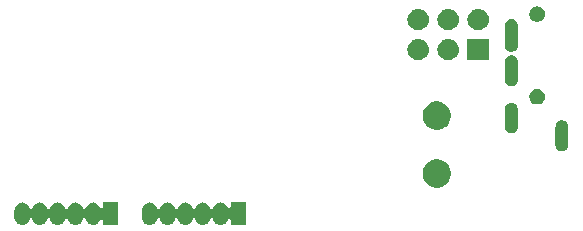
<source format=gbr>
G04 #@! TF.GenerationSoftware,KiCad,Pcbnew,(5.0.2)-1*
G04 #@! TF.CreationDate,2020-04-01T19:52:44+09:00*
G04 #@! TF.ProjectId,controller,636f6e74-726f-46c6-9c65-722e6b696361,rev?*
G04 #@! TF.SameCoordinates,Original*
G04 #@! TF.FileFunction,Soldermask,Top*
G04 #@! TF.FilePolarity,Negative*
%FSLAX46Y46*%
G04 Gerber Fmt 4.6, Leading zero omitted, Abs format (unit mm)*
G04 Created by KiCad (PCBNEW (5.0.2)-1) date 2020/04/01 19:52:44*
%MOMM*%
%LPD*%
G01*
G04 APERTURE LIST*
%ADD10C,0.100000*%
G04 APERTURE END LIST*
D10*
G36*
X69427618Y-67458420D02*
X69509427Y-67483237D01*
X69550333Y-67495645D01*
X69650491Y-67549181D01*
X69663426Y-67556095D01*
X69762553Y-67637447D01*
X69843905Y-67736574D01*
X69843906Y-67736576D01*
X69904355Y-67849667D01*
X69904382Y-67849757D01*
X69913760Y-67872396D01*
X69927374Y-67892771D01*
X69944701Y-67910098D01*
X69965075Y-67923712D01*
X69987714Y-67933089D01*
X70011748Y-67937870D01*
X70036252Y-67937870D01*
X70060285Y-67933090D01*
X70082924Y-67923712D01*
X70103299Y-67910098D01*
X70120626Y-67892771D01*
X70134240Y-67872397D01*
X70143617Y-67849758D01*
X70148398Y-67825724D01*
X70149000Y-67813472D01*
X70149000Y-67449000D01*
X71451000Y-67449000D01*
X71451000Y-69351000D01*
X70149000Y-69351000D01*
X70149000Y-68986528D01*
X70146598Y-68962142D01*
X70139485Y-68938693D01*
X70127934Y-68917082D01*
X70112388Y-68898140D01*
X70093446Y-68882594D01*
X70071835Y-68871043D01*
X70048386Y-68863930D01*
X70024000Y-68861528D01*
X69999614Y-68863930D01*
X69976165Y-68871043D01*
X69954554Y-68882594D01*
X69935612Y-68898140D01*
X69920066Y-68917082D01*
X69908515Y-68938693D01*
X69904382Y-68950243D01*
X69904355Y-68950333D01*
X69885008Y-68986528D01*
X69843905Y-69063426D01*
X69762553Y-69162553D01*
X69663425Y-69243905D01*
X69610782Y-69272043D01*
X69550332Y-69304355D01*
X69509426Y-69316763D01*
X69427617Y-69341580D01*
X69300000Y-69354149D01*
X69172382Y-69341580D01*
X69090573Y-69316763D01*
X69049667Y-69304355D01*
X68936576Y-69243906D01*
X68936574Y-69243905D01*
X68837447Y-69162553D01*
X68756095Y-69063425D01*
X68727957Y-69010782D01*
X68695645Y-68950332D01*
X68669618Y-68864531D01*
X68660240Y-68841892D01*
X68646626Y-68821517D01*
X68629299Y-68804190D01*
X68608925Y-68790576D01*
X68586286Y-68781199D01*
X68562252Y-68776418D01*
X68537748Y-68776418D01*
X68513715Y-68781198D01*
X68491076Y-68790576D01*
X68470701Y-68804190D01*
X68453374Y-68821517D01*
X68439760Y-68841891D01*
X68430384Y-68864526D01*
X68428407Y-68871043D01*
X68404355Y-68950333D01*
X68385008Y-68986528D01*
X68343905Y-69063426D01*
X68262553Y-69162553D01*
X68163425Y-69243905D01*
X68110782Y-69272043D01*
X68050332Y-69304355D01*
X68009426Y-69316763D01*
X67927617Y-69341580D01*
X67800000Y-69354149D01*
X67672382Y-69341580D01*
X67590573Y-69316763D01*
X67549667Y-69304355D01*
X67436576Y-69243906D01*
X67436574Y-69243905D01*
X67337447Y-69162553D01*
X67256095Y-69063425D01*
X67227957Y-69010782D01*
X67195645Y-68950332D01*
X67169618Y-68864531D01*
X67160240Y-68841892D01*
X67146626Y-68821517D01*
X67129299Y-68804190D01*
X67108925Y-68790576D01*
X67086286Y-68781199D01*
X67062252Y-68776418D01*
X67037748Y-68776418D01*
X67013715Y-68781198D01*
X66991076Y-68790576D01*
X66970701Y-68804190D01*
X66953374Y-68821517D01*
X66939760Y-68841891D01*
X66930384Y-68864526D01*
X66928407Y-68871043D01*
X66904355Y-68950333D01*
X66885008Y-68986528D01*
X66843905Y-69063426D01*
X66762553Y-69162553D01*
X66663425Y-69243905D01*
X66610782Y-69272043D01*
X66550332Y-69304355D01*
X66509426Y-69316763D01*
X66427617Y-69341580D01*
X66300000Y-69354149D01*
X66172382Y-69341580D01*
X66090573Y-69316763D01*
X66049667Y-69304355D01*
X65936576Y-69243906D01*
X65936574Y-69243905D01*
X65837447Y-69162553D01*
X65756095Y-69063425D01*
X65727957Y-69010782D01*
X65695645Y-68950332D01*
X65669618Y-68864531D01*
X65660240Y-68841892D01*
X65646626Y-68821517D01*
X65629299Y-68804190D01*
X65608925Y-68790576D01*
X65586286Y-68781199D01*
X65562252Y-68776418D01*
X65537748Y-68776418D01*
X65513715Y-68781198D01*
X65491076Y-68790576D01*
X65470701Y-68804190D01*
X65453374Y-68821517D01*
X65439760Y-68841891D01*
X65430384Y-68864526D01*
X65428407Y-68871043D01*
X65404355Y-68950333D01*
X65385008Y-68986528D01*
X65343905Y-69063426D01*
X65262553Y-69162553D01*
X65163425Y-69243905D01*
X65110782Y-69272043D01*
X65050332Y-69304355D01*
X65009426Y-69316763D01*
X64927617Y-69341580D01*
X64800000Y-69354149D01*
X64672382Y-69341580D01*
X64590573Y-69316763D01*
X64549667Y-69304355D01*
X64436576Y-69243906D01*
X64436574Y-69243905D01*
X64337447Y-69162553D01*
X64256095Y-69063425D01*
X64227957Y-69010782D01*
X64195645Y-68950332D01*
X64169618Y-68864531D01*
X64160240Y-68841892D01*
X64146626Y-68821517D01*
X64129299Y-68804190D01*
X64108925Y-68790576D01*
X64086286Y-68781199D01*
X64062252Y-68776418D01*
X64037748Y-68776418D01*
X64013715Y-68781198D01*
X63991076Y-68790576D01*
X63970701Y-68804190D01*
X63953374Y-68821517D01*
X63939760Y-68841891D01*
X63930384Y-68864526D01*
X63928407Y-68871043D01*
X63904355Y-68950333D01*
X63885008Y-68986528D01*
X63843905Y-69063426D01*
X63762553Y-69162553D01*
X63663425Y-69243905D01*
X63610782Y-69272043D01*
X63550332Y-69304355D01*
X63509426Y-69316763D01*
X63427617Y-69341580D01*
X63300000Y-69354149D01*
X63172382Y-69341580D01*
X63090573Y-69316763D01*
X63049667Y-69304355D01*
X62936576Y-69243906D01*
X62936574Y-69243905D01*
X62837447Y-69162553D01*
X62756095Y-69063425D01*
X62727957Y-69010782D01*
X62695645Y-68950332D01*
X62669618Y-68864531D01*
X62658420Y-68827617D01*
X62649000Y-68731972D01*
X62649000Y-68068027D01*
X62658420Y-67972382D01*
X62688750Y-67872397D01*
X62695645Y-67849667D01*
X62756095Y-67736576D01*
X62756096Y-67736574D01*
X62837448Y-67637447D01*
X62936575Y-67556095D01*
X62949510Y-67549181D01*
X63049668Y-67495645D01*
X63090574Y-67483237D01*
X63172383Y-67458420D01*
X63300000Y-67445851D01*
X63427618Y-67458420D01*
X63509427Y-67483237D01*
X63550333Y-67495645D01*
X63650491Y-67549181D01*
X63663426Y-67556095D01*
X63762553Y-67637447D01*
X63843905Y-67736574D01*
X63843906Y-67736576D01*
X63904355Y-67849667D01*
X63911250Y-67872397D01*
X63930384Y-67935474D01*
X63939760Y-67958108D01*
X63953373Y-67978483D01*
X63970700Y-67995810D01*
X63991075Y-68009424D01*
X64013714Y-68018801D01*
X64037747Y-68023582D01*
X64062252Y-68023582D01*
X64086285Y-68018802D01*
X64108924Y-68009424D01*
X64129299Y-67995811D01*
X64146626Y-67978484D01*
X64160240Y-67958109D01*
X64169616Y-67935474D01*
X64188750Y-67872397D01*
X64195645Y-67849667D01*
X64256095Y-67736576D01*
X64256096Y-67736574D01*
X64337448Y-67637447D01*
X64436575Y-67556095D01*
X64449510Y-67549181D01*
X64549668Y-67495645D01*
X64590574Y-67483237D01*
X64672383Y-67458420D01*
X64800000Y-67445851D01*
X64927618Y-67458420D01*
X65009427Y-67483237D01*
X65050333Y-67495645D01*
X65150491Y-67549181D01*
X65163426Y-67556095D01*
X65262553Y-67637447D01*
X65343905Y-67736574D01*
X65343906Y-67736576D01*
X65404355Y-67849667D01*
X65411250Y-67872397D01*
X65430384Y-67935474D01*
X65439760Y-67958108D01*
X65453373Y-67978483D01*
X65470700Y-67995810D01*
X65491075Y-68009424D01*
X65513714Y-68018801D01*
X65537747Y-68023582D01*
X65562252Y-68023582D01*
X65586285Y-68018802D01*
X65608924Y-68009424D01*
X65629299Y-67995811D01*
X65646626Y-67978484D01*
X65660240Y-67958109D01*
X65669616Y-67935474D01*
X65688750Y-67872397D01*
X65695645Y-67849667D01*
X65756095Y-67736576D01*
X65756096Y-67736574D01*
X65837448Y-67637447D01*
X65936575Y-67556095D01*
X65949510Y-67549181D01*
X66049668Y-67495645D01*
X66090574Y-67483237D01*
X66172383Y-67458420D01*
X66300000Y-67445851D01*
X66427618Y-67458420D01*
X66509427Y-67483237D01*
X66550333Y-67495645D01*
X66650491Y-67549181D01*
X66663426Y-67556095D01*
X66762553Y-67637447D01*
X66843905Y-67736574D01*
X66843906Y-67736576D01*
X66904355Y-67849667D01*
X66911250Y-67872397D01*
X66930384Y-67935474D01*
X66939760Y-67958108D01*
X66953373Y-67978483D01*
X66970700Y-67995810D01*
X66991075Y-68009424D01*
X67013714Y-68018801D01*
X67037747Y-68023582D01*
X67062252Y-68023582D01*
X67086285Y-68018802D01*
X67108924Y-68009424D01*
X67129299Y-67995811D01*
X67146626Y-67978484D01*
X67160240Y-67958109D01*
X67169616Y-67935474D01*
X67188750Y-67872397D01*
X67195645Y-67849667D01*
X67256095Y-67736576D01*
X67256096Y-67736574D01*
X67337448Y-67637447D01*
X67436575Y-67556095D01*
X67449510Y-67549181D01*
X67549668Y-67495645D01*
X67590574Y-67483237D01*
X67672383Y-67458420D01*
X67800000Y-67445851D01*
X67927618Y-67458420D01*
X68009427Y-67483237D01*
X68050333Y-67495645D01*
X68150491Y-67549181D01*
X68163426Y-67556095D01*
X68262553Y-67637447D01*
X68343905Y-67736574D01*
X68343906Y-67736576D01*
X68404355Y-67849667D01*
X68411250Y-67872397D01*
X68430384Y-67935474D01*
X68439760Y-67958108D01*
X68453373Y-67978483D01*
X68470700Y-67995810D01*
X68491075Y-68009424D01*
X68513714Y-68018801D01*
X68537747Y-68023582D01*
X68562252Y-68023582D01*
X68586285Y-68018802D01*
X68608924Y-68009424D01*
X68629299Y-67995811D01*
X68646626Y-67978484D01*
X68660240Y-67958109D01*
X68669616Y-67935474D01*
X68688750Y-67872397D01*
X68695645Y-67849667D01*
X68756095Y-67736576D01*
X68756096Y-67736574D01*
X68837448Y-67637447D01*
X68936575Y-67556095D01*
X68949510Y-67549181D01*
X69049668Y-67495645D01*
X69090574Y-67483237D01*
X69172383Y-67458420D01*
X69300000Y-67445851D01*
X69427618Y-67458420D01*
X69427618Y-67458420D01*
G37*
G36*
X58627618Y-67458420D02*
X58709427Y-67483237D01*
X58750333Y-67495645D01*
X58850491Y-67549181D01*
X58863426Y-67556095D01*
X58962553Y-67637447D01*
X59043905Y-67736574D01*
X59043906Y-67736576D01*
X59104355Y-67849667D01*
X59104382Y-67849757D01*
X59113760Y-67872396D01*
X59127374Y-67892771D01*
X59144701Y-67910098D01*
X59165075Y-67923712D01*
X59187714Y-67933089D01*
X59211748Y-67937870D01*
X59236252Y-67937870D01*
X59260285Y-67933090D01*
X59282924Y-67923712D01*
X59303299Y-67910098D01*
X59320626Y-67892771D01*
X59334240Y-67872397D01*
X59343617Y-67849758D01*
X59348398Y-67825724D01*
X59349000Y-67813472D01*
X59349000Y-67449000D01*
X60651000Y-67449000D01*
X60651000Y-69351000D01*
X59349000Y-69351000D01*
X59349000Y-68986528D01*
X59346598Y-68962142D01*
X59339485Y-68938693D01*
X59327934Y-68917082D01*
X59312388Y-68898140D01*
X59293446Y-68882594D01*
X59271835Y-68871043D01*
X59248386Y-68863930D01*
X59224000Y-68861528D01*
X59199614Y-68863930D01*
X59176165Y-68871043D01*
X59154554Y-68882594D01*
X59135612Y-68898140D01*
X59120066Y-68917082D01*
X59108515Y-68938693D01*
X59104382Y-68950243D01*
X59104355Y-68950333D01*
X59085008Y-68986528D01*
X59043905Y-69063426D01*
X58962553Y-69162553D01*
X58863425Y-69243905D01*
X58810782Y-69272043D01*
X58750332Y-69304355D01*
X58709426Y-69316763D01*
X58627617Y-69341580D01*
X58500000Y-69354149D01*
X58372382Y-69341580D01*
X58290573Y-69316763D01*
X58249667Y-69304355D01*
X58136576Y-69243906D01*
X58136574Y-69243905D01*
X58037447Y-69162553D01*
X57956095Y-69063425D01*
X57927957Y-69010782D01*
X57895645Y-68950332D01*
X57869618Y-68864531D01*
X57860240Y-68841892D01*
X57846626Y-68821517D01*
X57829299Y-68804190D01*
X57808925Y-68790576D01*
X57786286Y-68781199D01*
X57762252Y-68776418D01*
X57737748Y-68776418D01*
X57713715Y-68781198D01*
X57691076Y-68790576D01*
X57670701Y-68804190D01*
X57653374Y-68821517D01*
X57639760Y-68841891D01*
X57630384Y-68864526D01*
X57628407Y-68871043D01*
X57604355Y-68950333D01*
X57585008Y-68986528D01*
X57543905Y-69063426D01*
X57462553Y-69162553D01*
X57363425Y-69243905D01*
X57310782Y-69272043D01*
X57250332Y-69304355D01*
X57209426Y-69316763D01*
X57127617Y-69341580D01*
X57000000Y-69354149D01*
X56872382Y-69341580D01*
X56790573Y-69316763D01*
X56749667Y-69304355D01*
X56636576Y-69243906D01*
X56636574Y-69243905D01*
X56537447Y-69162553D01*
X56456095Y-69063425D01*
X56427957Y-69010782D01*
X56395645Y-68950332D01*
X56369618Y-68864531D01*
X56360240Y-68841892D01*
X56346626Y-68821517D01*
X56329299Y-68804190D01*
X56308925Y-68790576D01*
X56286286Y-68781199D01*
X56262252Y-68776418D01*
X56237748Y-68776418D01*
X56213715Y-68781198D01*
X56191076Y-68790576D01*
X56170701Y-68804190D01*
X56153374Y-68821517D01*
X56139760Y-68841891D01*
X56130384Y-68864526D01*
X56128407Y-68871043D01*
X56104355Y-68950333D01*
X56085008Y-68986528D01*
X56043905Y-69063426D01*
X55962553Y-69162553D01*
X55863425Y-69243905D01*
X55810782Y-69272043D01*
X55750332Y-69304355D01*
X55709426Y-69316763D01*
X55627617Y-69341580D01*
X55500000Y-69354149D01*
X55372382Y-69341580D01*
X55290573Y-69316763D01*
X55249667Y-69304355D01*
X55136576Y-69243906D01*
X55136574Y-69243905D01*
X55037447Y-69162553D01*
X54956095Y-69063425D01*
X54927957Y-69010782D01*
X54895645Y-68950332D01*
X54869618Y-68864531D01*
X54860240Y-68841892D01*
X54846626Y-68821517D01*
X54829299Y-68804190D01*
X54808925Y-68790576D01*
X54786286Y-68781199D01*
X54762252Y-68776418D01*
X54737748Y-68776418D01*
X54713715Y-68781198D01*
X54691076Y-68790576D01*
X54670701Y-68804190D01*
X54653374Y-68821517D01*
X54639760Y-68841891D01*
X54630384Y-68864526D01*
X54628407Y-68871043D01*
X54604355Y-68950333D01*
X54585008Y-68986528D01*
X54543905Y-69063426D01*
X54462553Y-69162553D01*
X54363425Y-69243905D01*
X54310782Y-69272043D01*
X54250332Y-69304355D01*
X54209426Y-69316763D01*
X54127617Y-69341580D01*
X54000000Y-69354149D01*
X53872382Y-69341580D01*
X53790573Y-69316763D01*
X53749667Y-69304355D01*
X53636576Y-69243906D01*
X53636574Y-69243905D01*
X53537447Y-69162553D01*
X53456095Y-69063425D01*
X53427957Y-69010782D01*
X53395645Y-68950332D01*
X53369618Y-68864531D01*
X53360240Y-68841892D01*
X53346626Y-68821517D01*
X53329299Y-68804190D01*
X53308925Y-68790576D01*
X53286286Y-68781199D01*
X53262252Y-68776418D01*
X53237748Y-68776418D01*
X53213715Y-68781198D01*
X53191076Y-68790576D01*
X53170701Y-68804190D01*
X53153374Y-68821517D01*
X53139760Y-68841891D01*
X53130384Y-68864526D01*
X53128407Y-68871043D01*
X53104355Y-68950333D01*
X53085008Y-68986528D01*
X53043905Y-69063426D01*
X52962553Y-69162553D01*
X52863425Y-69243905D01*
X52810782Y-69272043D01*
X52750332Y-69304355D01*
X52709426Y-69316763D01*
X52627617Y-69341580D01*
X52500000Y-69354149D01*
X52372382Y-69341580D01*
X52290573Y-69316763D01*
X52249667Y-69304355D01*
X52136576Y-69243906D01*
X52136574Y-69243905D01*
X52037447Y-69162553D01*
X51956095Y-69063425D01*
X51927957Y-69010782D01*
X51895645Y-68950332D01*
X51869618Y-68864531D01*
X51858420Y-68827617D01*
X51849000Y-68731972D01*
X51849000Y-68068027D01*
X51858420Y-67972382D01*
X51888750Y-67872397D01*
X51895645Y-67849667D01*
X51956095Y-67736576D01*
X51956096Y-67736574D01*
X52037448Y-67637447D01*
X52136575Y-67556095D01*
X52149510Y-67549181D01*
X52249668Y-67495645D01*
X52290574Y-67483237D01*
X52372383Y-67458420D01*
X52500000Y-67445851D01*
X52627618Y-67458420D01*
X52709427Y-67483237D01*
X52750333Y-67495645D01*
X52850491Y-67549181D01*
X52863426Y-67556095D01*
X52962553Y-67637447D01*
X53043905Y-67736574D01*
X53043906Y-67736576D01*
X53104355Y-67849667D01*
X53111250Y-67872397D01*
X53130384Y-67935474D01*
X53139760Y-67958108D01*
X53153373Y-67978483D01*
X53170700Y-67995810D01*
X53191075Y-68009424D01*
X53213714Y-68018801D01*
X53237747Y-68023582D01*
X53262252Y-68023582D01*
X53286285Y-68018802D01*
X53308924Y-68009424D01*
X53329299Y-67995811D01*
X53346626Y-67978484D01*
X53360240Y-67958109D01*
X53369616Y-67935474D01*
X53388750Y-67872397D01*
X53395645Y-67849667D01*
X53456095Y-67736576D01*
X53456096Y-67736574D01*
X53537448Y-67637447D01*
X53636575Y-67556095D01*
X53649510Y-67549181D01*
X53749668Y-67495645D01*
X53790574Y-67483237D01*
X53872383Y-67458420D01*
X54000000Y-67445851D01*
X54127618Y-67458420D01*
X54209427Y-67483237D01*
X54250333Y-67495645D01*
X54350491Y-67549181D01*
X54363426Y-67556095D01*
X54462553Y-67637447D01*
X54543905Y-67736574D01*
X54543906Y-67736576D01*
X54604355Y-67849667D01*
X54611250Y-67872397D01*
X54630384Y-67935474D01*
X54639760Y-67958108D01*
X54653373Y-67978483D01*
X54670700Y-67995810D01*
X54691075Y-68009424D01*
X54713714Y-68018801D01*
X54737747Y-68023582D01*
X54762252Y-68023582D01*
X54786285Y-68018802D01*
X54808924Y-68009424D01*
X54829299Y-67995811D01*
X54846626Y-67978484D01*
X54860240Y-67958109D01*
X54869616Y-67935474D01*
X54888750Y-67872397D01*
X54895645Y-67849667D01*
X54956095Y-67736576D01*
X54956096Y-67736574D01*
X55037448Y-67637447D01*
X55136575Y-67556095D01*
X55149510Y-67549181D01*
X55249668Y-67495645D01*
X55290574Y-67483237D01*
X55372383Y-67458420D01*
X55500000Y-67445851D01*
X55627618Y-67458420D01*
X55709427Y-67483237D01*
X55750333Y-67495645D01*
X55850491Y-67549181D01*
X55863426Y-67556095D01*
X55962553Y-67637447D01*
X56043905Y-67736574D01*
X56043906Y-67736576D01*
X56104355Y-67849667D01*
X56111250Y-67872397D01*
X56130384Y-67935474D01*
X56139760Y-67958108D01*
X56153373Y-67978483D01*
X56170700Y-67995810D01*
X56191075Y-68009424D01*
X56213714Y-68018801D01*
X56237747Y-68023582D01*
X56262252Y-68023582D01*
X56286285Y-68018802D01*
X56308924Y-68009424D01*
X56329299Y-67995811D01*
X56346626Y-67978484D01*
X56360240Y-67958109D01*
X56369616Y-67935474D01*
X56388750Y-67872397D01*
X56395645Y-67849667D01*
X56456095Y-67736576D01*
X56456096Y-67736574D01*
X56537448Y-67637447D01*
X56636575Y-67556095D01*
X56649510Y-67549181D01*
X56749668Y-67495645D01*
X56790574Y-67483237D01*
X56872383Y-67458420D01*
X57000000Y-67445851D01*
X57127618Y-67458420D01*
X57209427Y-67483237D01*
X57250333Y-67495645D01*
X57350491Y-67549181D01*
X57363426Y-67556095D01*
X57462553Y-67637447D01*
X57543905Y-67736574D01*
X57543906Y-67736576D01*
X57604355Y-67849667D01*
X57611250Y-67872397D01*
X57630384Y-67935474D01*
X57639760Y-67958108D01*
X57653373Y-67978483D01*
X57670700Y-67995810D01*
X57691075Y-68009424D01*
X57713714Y-68018801D01*
X57737747Y-68023582D01*
X57762252Y-68023582D01*
X57786285Y-68018802D01*
X57808924Y-68009424D01*
X57829299Y-67995811D01*
X57846626Y-67978484D01*
X57860240Y-67958109D01*
X57869616Y-67935474D01*
X57888750Y-67872397D01*
X57895645Y-67849667D01*
X57956095Y-67736576D01*
X57956096Y-67736574D01*
X58037448Y-67637447D01*
X58136575Y-67556095D01*
X58149510Y-67549181D01*
X58249668Y-67495645D01*
X58290574Y-67483237D01*
X58372383Y-67458420D01*
X58500000Y-67445851D01*
X58627618Y-67458420D01*
X58627618Y-67458420D01*
G37*
G36*
X87950316Y-63845153D02*
X87950318Y-63845154D01*
X87950319Y-63845154D01*
X88031056Y-63878597D01*
X88168888Y-63935688D01*
X88267576Y-64001629D01*
X88365593Y-64067122D01*
X88532878Y-64234407D01*
X88598371Y-64332424D01*
X88664312Y-64431112D01*
X88754847Y-64649684D01*
X88801000Y-64881710D01*
X88801000Y-65118290D01*
X88754847Y-65350316D01*
X88664312Y-65568888D01*
X88598371Y-65667576D01*
X88532878Y-65765593D01*
X88365593Y-65932878D01*
X88267576Y-65998371D01*
X88168888Y-66064312D01*
X88031056Y-66121403D01*
X87950319Y-66154846D01*
X87950318Y-66154846D01*
X87950316Y-66154847D01*
X87718290Y-66201000D01*
X87481710Y-66201000D01*
X87249684Y-66154847D01*
X87249682Y-66154846D01*
X87249681Y-66154846D01*
X87168944Y-66121403D01*
X87031112Y-66064312D01*
X86932424Y-65998371D01*
X86834407Y-65932878D01*
X86667122Y-65765593D01*
X86601629Y-65667576D01*
X86535688Y-65568888D01*
X86445153Y-65350316D01*
X86399000Y-65118290D01*
X86399000Y-64881710D01*
X86445153Y-64649684D01*
X86535688Y-64431112D01*
X86601629Y-64332424D01*
X86667122Y-64234407D01*
X86834407Y-64067122D01*
X86932424Y-64001629D01*
X87031112Y-63935688D01*
X87168944Y-63878597D01*
X87249681Y-63845154D01*
X87249682Y-63845154D01*
X87249684Y-63845153D01*
X87481710Y-63799000D01*
X87718290Y-63799000D01*
X87950316Y-63845153D01*
X87950316Y-63845153D01*
G37*
G36*
X98308015Y-60506973D02*
X98411879Y-60538479D01*
X98507600Y-60589644D01*
X98591501Y-60658499D01*
X98660356Y-60742400D01*
X98711521Y-60838121D01*
X98743027Y-60941985D01*
X98751000Y-61022933D01*
X98751000Y-62577067D01*
X98743027Y-62658015D01*
X98711521Y-62761879D01*
X98660356Y-62857600D01*
X98591501Y-62941501D01*
X98507600Y-63010356D01*
X98411878Y-63061521D01*
X98308014Y-63093027D01*
X98200000Y-63103666D01*
X98091985Y-63093027D01*
X97988121Y-63061521D01*
X97892400Y-63010356D01*
X97808499Y-62941501D01*
X97739644Y-62857600D01*
X97688479Y-62761878D01*
X97656973Y-62658014D01*
X97649000Y-62577066D01*
X97649001Y-61022933D01*
X97656974Y-60941985D01*
X97688480Y-60838121D01*
X97739645Y-60742400D01*
X97808500Y-60658499D01*
X97892401Y-60589644D01*
X97988122Y-60538479D01*
X98091986Y-60506973D01*
X98200000Y-60496334D01*
X98308015Y-60506973D01*
X98308015Y-60506973D01*
G37*
G36*
X94008015Y-59006973D02*
X94111879Y-59038479D01*
X94207600Y-59089644D01*
X94291501Y-59158499D01*
X94360356Y-59242400D01*
X94411521Y-59338121D01*
X94443027Y-59441985D01*
X94451000Y-59522933D01*
X94451000Y-61077067D01*
X94443027Y-61158015D01*
X94411521Y-61261879D01*
X94360356Y-61357600D01*
X94291501Y-61441501D01*
X94207600Y-61510356D01*
X94111878Y-61561521D01*
X94008014Y-61593027D01*
X93900000Y-61603666D01*
X93791985Y-61593027D01*
X93688121Y-61561521D01*
X93592400Y-61510356D01*
X93508499Y-61441501D01*
X93439644Y-61357600D01*
X93388479Y-61261878D01*
X93356973Y-61158014D01*
X93349000Y-61077066D01*
X93349001Y-59522933D01*
X93356974Y-59441985D01*
X93388480Y-59338121D01*
X93439645Y-59242400D01*
X93508500Y-59158499D01*
X93592401Y-59089644D01*
X93688122Y-59038479D01*
X93791986Y-59006973D01*
X93900000Y-58996334D01*
X94008015Y-59006973D01*
X94008015Y-59006973D01*
G37*
G36*
X87950316Y-58945153D02*
X87950318Y-58945154D01*
X87950319Y-58945154D01*
X88031056Y-58978597D01*
X88168888Y-59035688D01*
X88249640Y-59089645D01*
X88365593Y-59167122D01*
X88532878Y-59334407D01*
X88598371Y-59432424D01*
X88664312Y-59531112D01*
X88664312Y-59531113D01*
X88754846Y-59749681D01*
X88801000Y-59981712D01*
X88801000Y-60218288D01*
X88754846Y-60450319D01*
X88731379Y-60506973D01*
X88664312Y-60668888D01*
X88598371Y-60767576D01*
X88532878Y-60865593D01*
X88365593Y-61032878D01*
X88299459Y-61077067D01*
X88168888Y-61164312D01*
X88031056Y-61221403D01*
X87950319Y-61254846D01*
X87950318Y-61254846D01*
X87950316Y-61254847D01*
X87718290Y-61301000D01*
X87481710Y-61301000D01*
X87249684Y-61254847D01*
X87249682Y-61254846D01*
X87249681Y-61254846D01*
X87168944Y-61221403D01*
X87031112Y-61164312D01*
X86900541Y-61077067D01*
X86834407Y-61032878D01*
X86667122Y-60865593D01*
X86601629Y-60767576D01*
X86535688Y-60668888D01*
X86468621Y-60506973D01*
X86445154Y-60450319D01*
X86399000Y-60218288D01*
X86399000Y-59981712D01*
X86445154Y-59749681D01*
X86535688Y-59531113D01*
X86535688Y-59531112D01*
X86601629Y-59432424D01*
X86667122Y-59334407D01*
X86834407Y-59167122D01*
X86950360Y-59089645D01*
X87031112Y-59035688D01*
X87168944Y-58978597D01*
X87249681Y-58945154D01*
X87249682Y-58945154D01*
X87249684Y-58945153D01*
X87481710Y-58899000D01*
X87718290Y-58899000D01*
X87950316Y-58945153D01*
X87950316Y-58945153D01*
G37*
G36*
X96289890Y-57874017D02*
X96408361Y-57923089D01*
X96514992Y-57994338D01*
X96605662Y-58085008D01*
X96676911Y-58191639D01*
X96725983Y-58310110D01*
X96751000Y-58435881D01*
X96751000Y-58564119D01*
X96725983Y-58689890D01*
X96676911Y-58808361D01*
X96605662Y-58914992D01*
X96514992Y-59005662D01*
X96408361Y-59076911D01*
X96289890Y-59125983D01*
X96164119Y-59151000D01*
X96035881Y-59151000D01*
X95910110Y-59125983D01*
X95791639Y-59076911D01*
X95685008Y-59005662D01*
X95594338Y-58914992D01*
X95523089Y-58808361D01*
X95474017Y-58689890D01*
X95449000Y-58564119D01*
X95449000Y-58435881D01*
X95474017Y-58310110D01*
X95523089Y-58191639D01*
X95594338Y-58085008D01*
X95685008Y-57994338D01*
X95791639Y-57923089D01*
X95910110Y-57874017D01*
X96035881Y-57849000D01*
X96164119Y-57849000D01*
X96289890Y-57874017D01*
X96289890Y-57874017D01*
G37*
G36*
X94008015Y-55006973D02*
X94111879Y-55038479D01*
X94207600Y-55089644D01*
X94291501Y-55158499D01*
X94360356Y-55242400D01*
X94411521Y-55338121D01*
X94443027Y-55441985D01*
X94451000Y-55522933D01*
X94451000Y-57077067D01*
X94443027Y-57158015D01*
X94411521Y-57261879D01*
X94360356Y-57357600D01*
X94291501Y-57441501D01*
X94207600Y-57510356D01*
X94111878Y-57561521D01*
X94008014Y-57593027D01*
X93900000Y-57603666D01*
X93791985Y-57593027D01*
X93688121Y-57561521D01*
X93592400Y-57510356D01*
X93508499Y-57441501D01*
X93439644Y-57357600D01*
X93388479Y-57261878D01*
X93356973Y-57158014D01*
X93349000Y-57077066D01*
X93349001Y-55522933D01*
X93356974Y-55441985D01*
X93388480Y-55338121D01*
X93439645Y-55242400D01*
X93508500Y-55158499D01*
X93592401Y-55089644D01*
X93688122Y-55038479D01*
X93791986Y-55006973D01*
X93900000Y-54996334D01*
X94008015Y-55006973D01*
X94008015Y-55006973D01*
G37*
G36*
X86130443Y-53605519D02*
X86196627Y-53612037D01*
X86309853Y-53646384D01*
X86366467Y-53663557D01*
X86505087Y-53737652D01*
X86522991Y-53747222D01*
X86558729Y-53776552D01*
X86660186Y-53859814D01*
X86743448Y-53961271D01*
X86772778Y-53997009D01*
X86772779Y-53997011D01*
X86856443Y-54153533D01*
X86863582Y-54177067D01*
X86907963Y-54323373D01*
X86925359Y-54500000D01*
X86907963Y-54676627D01*
X86873616Y-54789853D01*
X86856443Y-54846467D01*
X86782348Y-54985087D01*
X86772778Y-55002991D01*
X86743654Y-55038479D01*
X86660186Y-55140186D01*
X86558729Y-55223448D01*
X86522991Y-55252778D01*
X86522989Y-55252779D01*
X86366467Y-55336443D01*
X86309853Y-55353616D01*
X86196627Y-55387963D01*
X86130443Y-55394481D01*
X86064260Y-55401000D01*
X85975740Y-55401000D01*
X85909557Y-55394481D01*
X85843373Y-55387963D01*
X85730147Y-55353616D01*
X85673533Y-55336443D01*
X85517011Y-55252779D01*
X85517009Y-55252778D01*
X85481271Y-55223448D01*
X85379814Y-55140186D01*
X85296346Y-55038479D01*
X85267222Y-55002991D01*
X85257652Y-54985087D01*
X85183557Y-54846467D01*
X85166384Y-54789853D01*
X85132037Y-54676627D01*
X85114641Y-54500000D01*
X85132037Y-54323373D01*
X85176418Y-54177067D01*
X85183557Y-54153533D01*
X85267221Y-53997011D01*
X85267222Y-53997009D01*
X85296552Y-53961271D01*
X85379814Y-53859814D01*
X85481271Y-53776552D01*
X85517009Y-53747222D01*
X85534913Y-53737652D01*
X85673533Y-53663557D01*
X85730147Y-53646384D01*
X85843373Y-53612037D01*
X85909557Y-53605519D01*
X85975740Y-53599000D01*
X86064260Y-53599000D01*
X86130443Y-53605519D01*
X86130443Y-53605519D01*
G37*
G36*
X92001000Y-55401000D02*
X90199000Y-55401000D01*
X90199000Y-53599000D01*
X92001000Y-53599000D01*
X92001000Y-55401000D01*
X92001000Y-55401000D01*
G37*
G36*
X88670443Y-53605519D02*
X88736627Y-53612037D01*
X88849853Y-53646384D01*
X88906467Y-53663557D01*
X89045087Y-53737652D01*
X89062991Y-53747222D01*
X89098729Y-53776552D01*
X89200186Y-53859814D01*
X89283448Y-53961271D01*
X89312778Y-53997009D01*
X89312779Y-53997011D01*
X89396443Y-54153533D01*
X89403582Y-54177067D01*
X89447963Y-54323373D01*
X89465359Y-54500000D01*
X89447963Y-54676627D01*
X89413616Y-54789853D01*
X89396443Y-54846467D01*
X89322348Y-54985087D01*
X89312778Y-55002991D01*
X89283654Y-55038479D01*
X89200186Y-55140186D01*
X89098729Y-55223448D01*
X89062991Y-55252778D01*
X89062989Y-55252779D01*
X88906467Y-55336443D01*
X88849853Y-55353616D01*
X88736627Y-55387963D01*
X88670443Y-55394481D01*
X88604260Y-55401000D01*
X88515740Y-55401000D01*
X88449557Y-55394481D01*
X88383373Y-55387963D01*
X88270147Y-55353616D01*
X88213533Y-55336443D01*
X88057011Y-55252779D01*
X88057009Y-55252778D01*
X88021271Y-55223448D01*
X87919814Y-55140186D01*
X87836346Y-55038479D01*
X87807222Y-55002991D01*
X87797652Y-54985087D01*
X87723557Y-54846467D01*
X87706384Y-54789853D01*
X87672037Y-54676627D01*
X87654641Y-54500000D01*
X87672037Y-54323373D01*
X87716418Y-54177067D01*
X87723557Y-54153533D01*
X87807221Y-53997011D01*
X87807222Y-53997009D01*
X87836552Y-53961271D01*
X87919814Y-53859814D01*
X88021271Y-53776552D01*
X88057009Y-53747222D01*
X88074913Y-53737652D01*
X88213533Y-53663557D01*
X88270147Y-53646384D01*
X88383373Y-53612037D01*
X88449557Y-53605519D01*
X88515740Y-53599000D01*
X88604260Y-53599000D01*
X88670443Y-53605519D01*
X88670443Y-53605519D01*
G37*
G36*
X94008015Y-51906973D02*
X94111879Y-51938479D01*
X94207600Y-51989644D01*
X94291501Y-52058499D01*
X94360356Y-52142400D01*
X94411521Y-52238121D01*
X94443027Y-52341985D01*
X94451000Y-52422933D01*
X94451000Y-54177067D01*
X94443027Y-54258015D01*
X94411521Y-54361879D01*
X94360356Y-54457600D01*
X94291501Y-54541501D01*
X94207600Y-54610356D01*
X94111878Y-54661521D01*
X94008014Y-54693027D01*
X93900000Y-54703666D01*
X93791985Y-54693027D01*
X93688121Y-54661521D01*
X93592400Y-54610356D01*
X93508499Y-54541501D01*
X93439644Y-54457600D01*
X93388479Y-54361878D01*
X93356973Y-54258014D01*
X93349000Y-54177066D01*
X93349001Y-52422933D01*
X93356974Y-52341985D01*
X93388480Y-52238121D01*
X93439645Y-52142400D01*
X93508500Y-52058499D01*
X93592401Y-51989644D01*
X93688122Y-51938479D01*
X93791986Y-51906973D01*
X93900000Y-51896334D01*
X94008015Y-51906973D01*
X94008015Y-51906973D01*
G37*
G36*
X91210442Y-51065518D02*
X91276627Y-51072037D01*
X91389853Y-51106384D01*
X91446467Y-51123557D01*
X91585087Y-51197652D01*
X91602991Y-51207222D01*
X91638729Y-51236552D01*
X91740186Y-51319814D01*
X91823448Y-51421271D01*
X91852778Y-51457009D01*
X91852779Y-51457011D01*
X91936443Y-51613533D01*
X91936443Y-51613534D01*
X91987963Y-51783373D01*
X92005359Y-51960000D01*
X91987963Y-52136627D01*
X91957175Y-52238121D01*
X91936443Y-52306467D01*
X91874190Y-52422933D01*
X91852778Y-52462991D01*
X91823448Y-52498729D01*
X91740186Y-52600186D01*
X91638729Y-52683448D01*
X91602991Y-52712778D01*
X91602989Y-52712779D01*
X91446467Y-52796443D01*
X91389853Y-52813616D01*
X91276627Y-52847963D01*
X91210442Y-52854482D01*
X91144260Y-52861000D01*
X91055740Y-52861000D01*
X90989558Y-52854482D01*
X90923373Y-52847963D01*
X90810147Y-52813616D01*
X90753533Y-52796443D01*
X90597011Y-52712779D01*
X90597009Y-52712778D01*
X90561271Y-52683448D01*
X90459814Y-52600186D01*
X90376552Y-52498729D01*
X90347222Y-52462991D01*
X90325810Y-52422933D01*
X90263557Y-52306467D01*
X90242825Y-52238121D01*
X90212037Y-52136627D01*
X90194641Y-51960000D01*
X90212037Y-51783373D01*
X90263557Y-51613534D01*
X90263557Y-51613533D01*
X90347221Y-51457011D01*
X90347222Y-51457009D01*
X90376552Y-51421271D01*
X90459814Y-51319814D01*
X90561271Y-51236552D01*
X90597009Y-51207222D01*
X90614913Y-51197652D01*
X90753533Y-51123557D01*
X90810147Y-51106384D01*
X90923373Y-51072037D01*
X90989557Y-51065519D01*
X91055740Y-51059000D01*
X91144260Y-51059000D01*
X91210442Y-51065518D01*
X91210442Y-51065518D01*
G37*
G36*
X86130442Y-51065518D02*
X86196627Y-51072037D01*
X86309853Y-51106384D01*
X86366467Y-51123557D01*
X86505087Y-51197652D01*
X86522991Y-51207222D01*
X86558729Y-51236552D01*
X86660186Y-51319814D01*
X86743448Y-51421271D01*
X86772778Y-51457009D01*
X86772779Y-51457011D01*
X86856443Y-51613533D01*
X86856443Y-51613534D01*
X86907963Y-51783373D01*
X86925359Y-51960000D01*
X86907963Y-52136627D01*
X86877175Y-52238121D01*
X86856443Y-52306467D01*
X86794190Y-52422933D01*
X86772778Y-52462991D01*
X86743448Y-52498729D01*
X86660186Y-52600186D01*
X86558729Y-52683448D01*
X86522991Y-52712778D01*
X86522989Y-52712779D01*
X86366467Y-52796443D01*
X86309853Y-52813616D01*
X86196627Y-52847963D01*
X86130442Y-52854482D01*
X86064260Y-52861000D01*
X85975740Y-52861000D01*
X85909558Y-52854482D01*
X85843373Y-52847963D01*
X85730147Y-52813616D01*
X85673533Y-52796443D01*
X85517011Y-52712779D01*
X85517009Y-52712778D01*
X85481271Y-52683448D01*
X85379814Y-52600186D01*
X85296552Y-52498729D01*
X85267222Y-52462991D01*
X85245810Y-52422933D01*
X85183557Y-52306467D01*
X85162825Y-52238121D01*
X85132037Y-52136627D01*
X85114641Y-51960000D01*
X85132037Y-51783373D01*
X85183557Y-51613534D01*
X85183557Y-51613533D01*
X85267221Y-51457011D01*
X85267222Y-51457009D01*
X85296552Y-51421271D01*
X85379814Y-51319814D01*
X85481271Y-51236552D01*
X85517009Y-51207222D01*
X85534913Y-51197652D01*
X85673533Y-51123557D01*
X85730147Y-51106384D01*
X85843373Y-51072037D01*
X85909557Y-51065519D01*
X85975740Y-51059000D01*
X86064260Y-51059000D01*
X86130442Y-51065518D01*
X86130442Y-51065518D01*
G37*
G36*
X88670442Y-51065518D02*
X88736627Y-51072037D01*
X88849853Y-51106384D01*
X88906467Y-51123557D01*
X89045087Y-51197652D01*
X89062991Y-51207222D01*
X89098729Y-51236552D01*
X89200186Y-51319814D01*
X89283448Y-51421271D01*
X89312778Y-51457009D01*
X89312779Y-51457011D01*
X89396443Y-51613533D01*
X89396443Y-51613534D01*
X89447963Y-51783373D01*
X89465359Y-51960000D01*
X89447963Y-52136627D01*
X89417175Y-52238121D01*
X89396443Y-52306467D01*
X89334190Y-52422933D01*
X89312778Y-52462991D01*
X89283448Y-52498729D01*
X89200186Y-52600186D01*
X89098729Y-52683448D01*
X89062991Y-52712778D01*
X89062989Y-52712779D01*
X88906467Y-52796443D01*
X88849853Y-52813616D01*
X88736627Y-52847963D01*
X88670442Y-52854482D01*
X88604260Y-52861000D01*
X88515740Y-52861000D01*
X88449558Y-52854482D01*
X88383373Y-52847963D01*
X88270147Y-52813616D01*
X88213533Y-52796443D01*
X88057011Y-52712779D01*
X88057009Y-52712778D01*
X88021271Y-52683448D01*
X87919814Y-52600186D01*
X87836552Y-52498729D01*
X87807222Y-52462991D01*
X87785810Y-52422933D01*
X87723557Y-52306467D01*
X87702825Y-52238121D01*
X87672037Y-52136627D01*
X87654641Y-51960000D01*
X87672037Y-51783373D01*
X87723557Y-51613534D01*
X87723557Y-51613533D01*
X87807221Y-51457011D01*
X87807222Y-51457009D01*
X87836552Y-51421271D01*
X87919814Y-51319814D01*
X88021271Y-51236552D01*
X88057009Y-51207222D01*
X88074913Y-51197652D01*
X88213533Y-51123557D01*
X88270147Y-51106384D01*
X88383373Y-51072037D01*
X88449557Y-51065519D01*
X88515740Y-51059000D01*
X88604260Y-51059000D01*
X88670442Y-51065518D01*
X88670442Y-51065518D01*
G37*
G36*
X96289890Y-50874017D02*
X96408361Y-50923089D01*
X96514992Y-50994338D01*
X96605662Y-51085008D01*
X96676911Y-51191639D01*
X96725983Y-51310110D01*
X96751000Y-51435881D01*
X96751000Y-51564119D01*
X96725983Y-51689890D01*
X96676911Y-51808361D01*
X96676909Y-51808364D01*
X96618129Y-51896335D01*
X96605662Y-51914992D01*
X96514992Y-52005662D01*
X96408361Y-52076911D01*
X96289890Y-52125983D01*
X96164119Y-52151000D01*
X96035881Y-52151000D01*
X95910110Y-52125983D01*
X95791639Y-52076911D01*
X95685008Y-52005662D01*
X95594338Y-51914992D01*
X95581872Y-51896335D01*
X95523091Y-51808364D01*
X95523089Y-51808361D01*
X95474017Y-51689890D01*
X95449000Y-51564119D01*
X95449000Y-51435881D01*
X95474017Y-51310110D01*
X95523089Y-51191639D01*
X95594338Y-51085008D01*
X95685008Y-50994338D01*
X95791639Y-50923089D01*
X95910110Y-50874017D01*
X96035881Y-50849000D01*
X96164119Y-50849000D01*
X96289890Y-50874017D01*
X96289890Y-50874017D01*
G37*
M02*

</source>
